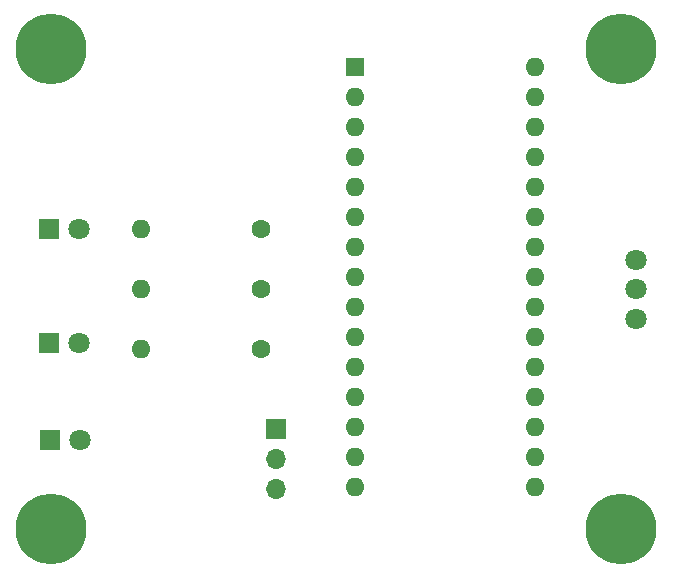
<source format=gbr>
%TF.GenerationSoftware,KiCad,Pcbnew,(5.1.10)-1*%
%TF.CreationDate,2021-09-20T14:14:34-07:00*%
%TF.ProjectId,BumbasiRylan_ElectronicSpeedController,42756d62-6173-4695-9279-6c616e5f456c,rev?*%
%TF.SameCoordinates,Original*%
%TF.FileFunction,Soldermask,Bot*%
%TF.FilePolarity,Negative*%
%FSLAX46Y46*%
G04 Gerber Fmt 4.6, Leading zero omitted, Abs format (unit mm)*
G04 Created by KiCad (PCBNEW (5.1.10)-1) date 2021-09-20 14:14:34*
%MOMM*%
%LPD*%
G01*
G04 APERTURE LIST*
%ADD10C,0.800000*%
%ADD11C,6.000000*%
%ADD12O,1.600000X1.600000*%
%ADD13C,1.600000*%
%ADD14C,1.800000*%
%ADD15R,1.800000X1.800000*%
%ADD16R,1.600000X1.600000*%
%ADD17O,1.700000X1.700000*%
%ADD18R,1.700000X1.700000*%
G04 APERTURE END LIST*
D10*
%TO.C,H4*%
X159070990Y-79746010D03*
X157480000Y-79087000D03*
X155889010Y-79746010D03*
X155230000Y-81337000D03*
X155889010Y-82927990D03*
X157480000Y-83587000D03*
X159070990Y-82927990D03*
X159730000Y-81337000D03*
D11*
X157480000Y-81337000D03*
%TD*%
D10*
%TO.C,H3*%
X110810990Y-79689010D03*
X109220000Y-79030000D03*
X107629010Y-79689010D03*
X106970000Y-81280000D03*
X107629010Y-82870990D03*
X109220000Y-83530000D03*
X110810990Y-82870990D03*
X111470000Y-81280000D03*
D11*
X109220000Y-81280000D03*
%TD*%
D10*
%TO.C,H2*%
X110810990Y-120329010D03*
X109220000Y-119670000D03*
X107629010Y-120329010D03*
X106970000Y-121920000D03*
X107629010Y-123510990D03*
X109220000Y-124170000D03*
X110810990Y-123510990D03*
X111470000Y-121920000D03*
D11*
X109220000Y-121920000D03*
%TD*%
D10*
%TO.C,H1*%
X159070990Y-120329010D03*
X157480000Y-119670000D03*
X155889010Y-120329010D03*
X155230000Y-121920000D03*
X155889010Y-123510990D03*
X157480000Y-124170000D03*
X159070990Y-123510990D03*
X159730000Y-121920000D03*
D11*
X157480000Y-121920000D03*
%TD*%
D12*
%TO.C,R3*%
X116840000Y-106680000D03*
D13*
X127000000Y-106680000D03*
%TD*%
D12*
%TO.C,R2*%
X116840000Y-101600000D03*
D13*
X127000000Y-101600000D03*
%TD*%
D12*
%TO.C,R1*%
X116840000Y-96520000D03*
D13*
X127000000Y-96520000D03*
%TD*%
D14*
%TO.C,LED3*%
X111640000Y-114380000D03*
D15*
X109100000Y-114380000D03*
%TD*%
D14*
%TO.C,LED2*%
X111540000Y-106220000D03*
D15*
X109000000Y-106220000D03*
%TD*%
D14*
%TO.C,LED1*%
X111540000Y-96520000D03*
D15*
X109000000Y-96520000D03*
%TD*%
D12*
%TO.C,ArduinoNano1*%
X150145001Y-118385001D03*
X134905001Y-118385001D03*
X150145001Y-82825001D03*
X134905001Y-115845001D03*
X150145001Y-85365001D03*
X134905001Y-113305001D03*
X150145001Y-87905001D03*
X134905001Y-110765001D03*
X150145001Y-90445001D03*
X134905001Y-108225001D03*
X150145001Y-92985001D03*
X134905001Y-105685001D03*
X150145001Y-95525001D03*
X134905001Y-103145001D03*
X150145001Y-98065001D03*
X134905001Y-100605001D03*
X150145001Y-100605001D03*
X134905001Y-98065001D03*
X150145001Y-103145001D03*
X134905001Y-95525001D03*
X150145001Y-105685001D03*
X134905001Y-92985001D03*
X150145001Y-108225001D03*
X134905001Y-90445001D03*
X150145001Y-110765001D03*
X134905001Y-87905001D03*
X150145001Y-113305001D03*
X134905001Y-85365001D03*
X150145001Y-115845001D03*
D16*
X134905001Y-82825001D03*
%TD*%
D17*
%TO.C,ESC1*%
X128244600Y-118516400D03*
X128244600Y-115976400D03*
D18*
X128244600Y-113436400D03*
%TD*%
D14*
%TO.C,POT1*%
X158750000Y-104140000D03*
X158750000Y-101640000D03*
X158750000Y-99140000D03*
%TD*%
M02*

</source>
